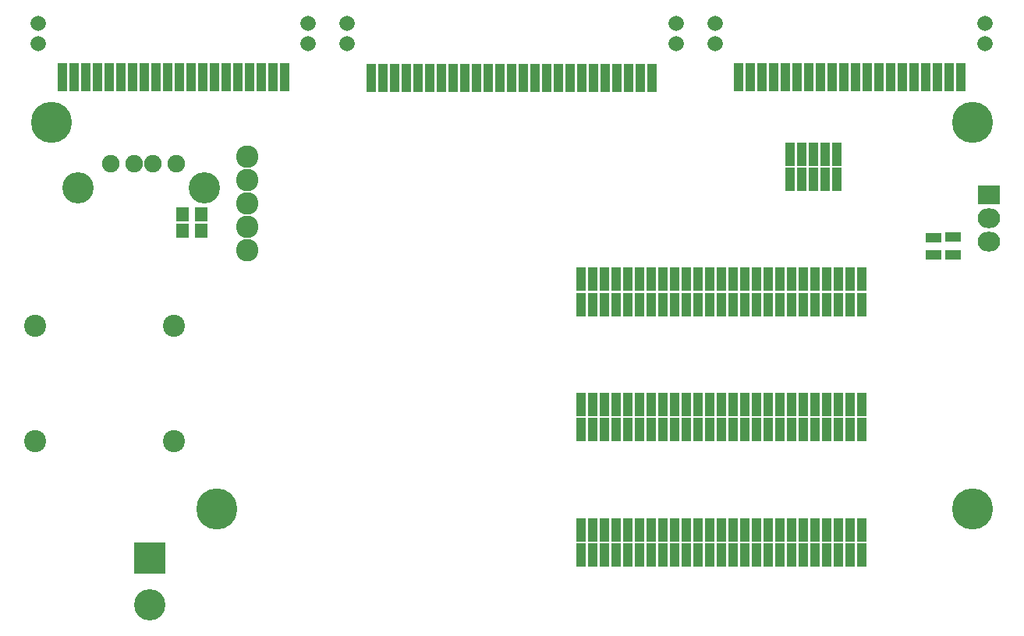
<source format=gbr>
G04 #@! TF.FileFunction,Soldermask,Top*
%FSLAX46Y46*%
G04 Gerber Fmt 4.6, Leading zero omitted, Abs format (unit mm)*
G04 Created by KiCad (PCBNEW 4.0.1-stable) date 2017-03-07 5:03:37 PM*
%MOMM*%
G01*
G04 APERTURE LIST*
%ADD10C,0.100000*%
%ADD11C,1.900000*%
%ADD12C,3.400000*%
%ADD13R,2.432000X2.127200*%
%ADD14O,2.432000X2.127200*%
%ADD15R,1.136600X1.543000*%
%ADD16C,1.670000*%
%ADD17R,1.136600X2.619960*%
%ADD18R,3.400000X3.400000*%
%ADD19R,1.700000X1.100000*%
%ADD20R,1.400000X1.650000*%
%ADD21C,2.400000*%
%ADD22C,2.432000*%
%ADD23C,4.464000*%
G04 APERTURE END LIST*
D10*
D11*
X63570000Y-48500000D03*
X61030000Y-48500000D03*
X59000000Y-48500000D03*
X56460000Y-48500000D03*
D12*
X66620000Y-51170000D03*
X52900000Y-51170000D03*
D13*
X151800000Y-51900000D03*
D14*
X151800000Y-54440000D03*
X151800000Y-56980000D03*
D15*
X75336600Y-38342400D03*
X75336600Y-39866400D03*
X74066600Y-38342400D03*
X74066600Y-39866400D03*
X72796600Y-38342400D03*
X72796600Y-39866400D03*
X71526600Y-38342400D03*
X71526600Y-39866400D03*
X70256600Y-38342400D03*
X70256600Y-39866400D03*
X68986600Y-38342400D03*
X68986600Y-39866400D03*
X67716600Y-38342400D03*
X67716600Y-39866400D03*
X66446600Y-38342400D03*
X66446600Y-39866400D03*
X65176600Y-38342400D03*
X65176600Y-39866400D03*
X63906600Y-38342400D03*
X63906600Y-39866400D03*
X62636600Y-38342400D03*
X62636600Y-39866400D03*
X61366600Y-38342400D03*
X61366600Y-39866400D03*
X60096600Y-38342400D03*
X60096600Y-39866400D03*
X58826600Y-38342400D03*
X58826600Y-39866400D03*
X57556600Y-38342400D03*
X57556600Y-39866400D03*
X56286600Y-38342400D03*
X56286600Y-39866400D03*
X55016600Y-38342400D03*
X55016600Y-39866400D03*
X53746600Y-38342400D03*
X53746600Y-39866400D03*
X52476600Y-38342400D03*
X52476600Y-39866400D03*
X51206600Y-38342400D03*
X51206600Y-39866400D03*
D16*
X77927400Y-33237000D03*
X48615800Y-33237000D03*
X77927400Y-35497600D03*
X48615800Y-35497600D03*
D15*
X148793400Y-38342400D03*
X148793400Y-39866400D03*
X147523400Y-38342400D03*
X147523400Y-39866400D03*
X146253400Y-38342400D03*
X146253400Y-39866400D03*
X144983400Y-38342400D03*
X144983400Y-39866400D03*
X143713400Y-38342400D03*
X143713400Y-39866400D03*
X142443400Y-38342400D03*
X142443400Y-39866400D03*
X141173400Y-38342400D03*
X141173400Y-39866400D03*
X139903400Y-38342400D03*
X139903400Y-39866400D03*
X138633400Y-38342400D03*
X138633400Y-39866400D03*
X137363400Y-38342400D03*
X137363400Y-39866400D03*
X136093400Y-38342400D03*
X136093400Y-39866400D03*
X134823400Y-38342400D03*
X134823400Y-39866400D03*
X133553400Y-38342400D03*
X133553400Y-39866400D03*
X132283400Y-38342400D03*
X132283400Y-39866400D03*
X131013400Y-38342400D03*
X131013400Y-39866400D03*
X129743400Y-38342400D03*
X129743400Y-39866400D03*
X128473400Y-38342400D03*
X128473400Y-39866400D03*
X127203400Y-38342400D03*
X127203400Y-39866400D03*
X125933400Y-38342400D03*
X125933400Y-39866400D03*
X124663400Y-38342400D03*
X124663400Y-39866400D03*
D16*
X151384200Y-33237000D03*
X122072600Y-33237000D03*
X151384200Y-35497600D03*
X122072600Y-35497600D03*
D17*
X130198400Y-47485520D03*
X130198400Y-50213480D03*
X131468400Y-47485520D03*
X131468400Y-50213480D03*
X135278400Y-50213480D03*
X135278400Y-47485520D03*
X134008400Y-50213480D03*
X134008400Y-47485520D03*
X132738400Y-50213480D03*
X132738400Y-47485520D03*
X108768400Y-63812980D03*
X108768400Y-61085020D03*
X117658400Y-63812980D03*
X117658400Y-61085020D03*
X116388400Y-63812980D03*
X116388400Y-61085020D03*
X115118400Y-63812980D03*
X115118400Y-61085020D03*
X113848400Y-63812980D03*
X113848400Y-61085020D03*
X126548400Y-61085020D03*
X126548400Y-63812980D03*
X127818400Y-61085020D03*
X127818400Y-63812980D03*
X129088400Y-61085020D03*
X129088400Y-63812980D03*
X130358400Y-61085020D03*
X130358400Y-63812980D03*
X131628400Y-61085020D03*
X131628400Y-63812980D03*
X107498400Y-61085020D03*
X107498400Y-63812980D03*
X110038400Y-61085020D03*
X110038400Y-63812980D03*
X111308400Y-61085020D03*
X111308400Y-63812980D03*
X112578400Y-61085020D03*
X112578400Y-63812980D03*
X118928400Y-61085020D03*
X118928400Y-63812980D03*
X137978400Y-63812980D03*
X137978400Y-61085020D03*
X136708400Y-63812980D03*
X136708400Y-61085020D03*
X135438400Y-63812980D03*
X135438400Y-61085020D03*
X134168400Y-63812980D03*
X134168400Y-61085020D03*
X132898400Y-63812980D03*
X132898400Y-61085020D03*
X125278400Y-63812980D03*
X125278400Y-61085020D03*
X124008400Y-63812980D03*
X124008400Y-61085020D03*
X122738400Y-63812980D03*
X122738400Y-61085020D03*
X121468400Y-63812980D03*
X121468400Y-61085020D03*
X120198400Y-63812980D03*
X120198400Y-61085020D03*
X108768400Y-77412980D03*
X108768400Y-74685020D03*
X117658400Y-77412980D03*
X117658400Y-74685020D03*
X116388400Y-77412980D03*
X116388400Y-74685020D03*
X115118400Y-77412980D03*
X115118400Y-74685020D03*
X113848400Y-77412980D03*
X113848400Y-74685020D03*
X126548400Y-74685020D03*
X126548400Y-77412980D03*
X127818400Y-74685020D03*
X127818400Y-77412980D03*
X129088400Y-74685020D03*
X129088400Y-77412980D03*
X130358400Y-74685020D03*
X130358400Y-77412980D03*
X131628400Y-74685020D03*
X131628400Y-77412980D03*
X107498400Y-74685020D03*
X107498400Y-77412980D03*
X110038400Y-74685020D03*
X110038400Y-77412980D03*
X111308400Y-74685020D03*
X111308400Y-77412980D03*
X112578400Y-74685020D03*
X112578400Y-77412980D03*
X118928400Y-74685020D03*
X118928400Y-77412980D03*
X137978400Y-77412980D03*
X137978400Y-74685020D03*
X136708400Y-77412980D03*
X136708400Y-74685020D03*
X135438400Y-77412980D03*
X135438400Y-74685020D03*
X134168400Y-77412980D03*
X134168400Y-74685020D03*
X132898400Y-77412980D03*
X132898400Y-74685020D03*
X125278400Y-77412980D03*
X125278400Y-74685020D03*
X124008400Y-77412980D03*
X124008400Y-74685020D03*
X122738400Y-77412980D03*
X122738400Y-74685020D03*
X121468400Y-77412980D03*
X121468400Y-74685020D03*
X120198400Y-77412980D03*
X120198400Y-74685020D03*
X108768400Y-91012980D03*
X108768400Y-88285020D03*
X117658400Y-91012980D03*
X117658400Y-88285020D03*
X116388400Y-91012980D03*
X116388400Y-88285020D03*
X115118400Y-91012980D03*
X115118400Y-88285020D03*
X113848400Y-91012980D03*
X113848400Y-88285020D03*
X126548400Y-88285020D03*
X126548400Y-91012980D03*
X127818400Y-88285020D03*
X127818400Y-91012980D03*
X129088400Y-88285020D03*
X129088400Y-91012980D03*
X130358400Y-88285020D03*
X130358400Y-91012980D03*
X131628400Y-88285020D03*
X131628400Y-91012980D03*
X107498400Y-88285020D03*
X107498400Y-91012980D03*
X110038400Y-88285020D03*
X110038400Y-91012980D03*
X111308400Y-88285020D03*
X111308400Y-91012980D03*
X112578400Y-88285020D03*
X112578400Y-91012980D03*
X118928400Y-88285020D03*
X118928400Y-91012980D03*
X137978400Y-91012980D03*
X137978400Y-88285020D03*
X136708400Y-91012980D03*
X136708400Y-88285020D03*
X135438400Y-91012980D03*
X135438400Y-88285020D03*
X134168400Y-91012980D03*
X134168400Y-88285020D03*
X132898400Y-91012980D03*
X132898400Y-88285020D03*
X125278400Y-91012980D03*
X125278400Y-88285020D03*
X124008400Y-91012980D03*
X124008400Y-88285020D03*
X122738400Y-91012980D03*
X122738400Y-88285020D03*
X121468400Y-91012980D03*
X121468400Y-88285020D03*
X120198400Y-91012980D03*
X120198400Y-88285020D03*
D18*
X60700000Y-91400000D03*
D12*
X60700000Y-96480000D03*
D19*
X145800000Y-58450000D03*
X145800000Y-56550000D03*
X147950000Y-58400000D03*
X147950000Y-56500000D03*
D15*
X115240000Y-38469400D03*
X115240000Y-39993400D03*
X113970000Y-38469400D03*
X113970000Y-39993400D03*
X112700000Y-38469400D03*
X112700000Y-39993400D03*
X111430000Y-38469400D03*
X111430000Y-39993400D03*
X110160000Y-38469400D03*
X110160000Y-39993400D03*
X108890000Y-38469400D03*
X108890000Y-39993400D03*
X107620000Y-38469400D03*
X107620000Y-39993400D03*
X106350000Y-38469400D03*
X106350000Y-39993400D03*
X105080000Y-38469400D03*
X105080000Y-39993400D03*
X103810000Y-38469400D03*
X103810000Y-39993400D03*
X102540000Y-38469400D03*
X102540000Y-39993400D03*
X101270000Y-38469400D03*
X101270000Y-39993400D03*
X100000000Y-38469400D03*
X100000000Y-39993400D03*
X98730000Y-38469400D03*
X98730000Y-39993400D03*
X97460000Y-38469400D03*
X97460000Y-39993400D03*
X96190000Y-38469400D03*
X96190000Y-39993400D03*
X94920000Y-38469400D03*
X94920000Y-39993400D03*
X93650000Y-38469400D03*
X93650000Y-39993400D03*
X92380000Y-38469400D03*
X92380000Y-39993400D03*
X91110000Y-38469400D03*
X91110000Y-39993400D03*
X89840000Y-38469400D03*
X89840000Y-39993400D03*
X88570000Y-38469400D03*
X88570000Y-39993400D03*
X87300000Y-38469400D03*
X87300000Y-39993400D03*
X86030000Y-38469400D03*
X86030000Y-39993400D03*
X84760000Y-38469400D03*
X84760000Y-39993400D03*
D16*
X117830800Y-33237000D03*
X82169200Y-33237000D03*
X117830800Y-35497600D03*
X82169200Y-35497600D03*
D20*
X64300000Y-54000000D03*
X66300000Y-54000000D03*
X64300000Y-55800000D03*
X66300000Y-55800000D03*
D21*
X63300000Y-78650000D03*
X63300000Y-66150000D03*
X48300000Y-78650000D03*
X48300000Y-66150000D03*
D22*
X71270000Y-57930000D03*
X71270000Y-55390000D03*
X71270000Y-52850000D03*
X71270000Y-50310000D03*
X71270000Y-47770000D03*
D23*
X50000000Y-44000000D03*
X150000000Y-44000000D03*
X150000000Y-86000000D03*
X68000000Y-86000000D03*
M02*

</source>
